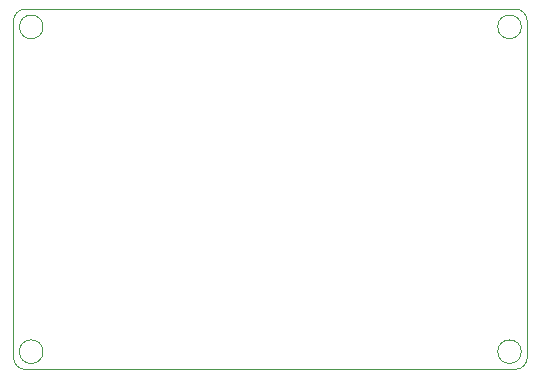
<source format=gbr>
%TF.GenerationSoftware,KiCad,Pcbnew,(6.0.1)*%
%TF.CreationDate,2022-06-05T18:07:15-04:00*%
%TF.ProjectId,PCB Design,50434220-4465-4736-9967-6e2e6b696361,v1*%
%TF.SameCoordinates,Original*%
%TF.FileFunction,Profile,NP*%
%FSLAX46Y46*%
G04 Gerber Fmt 4.6, Leading zero omitted, Abs format (unit mm)*
G04 Created by KiCad (PCBNEW (6.0.1)) date 2022-06-05 18:07:15*
%MOMM*%
%LPD*%
G01*
G04 APERTURE LIST*
%TA.AperFunction,Profile*%
%ADD10C,0.100000*%
%TD*%
G04 APERTURE END LIST*
D10*
X73000000Y-129000000D02*
G75*
G03*
X73000000Y-129000000I-1000000J0D01*
G01*
X113500000Y-129000000D02*
G75*
G03*
X113500000Y-129000000I-1000000J0D01*
G01*
X113500000Y-101500000D02*
G75*
G03*
X113500000Y-101500000I-1000000J0D01*
G01*
X73000000Y-101500000D02*
G75*
G03*
X73000000Y-101500000I-1000000J0D01*
G01*
X114000000Y-101000000D02*
X114000000Y-129500000D01*
X71500000Y-130500000D02*
X113000000Y-130500000D01*
X70500000Y-101000000D02*
X70500000Y-129500000D01*
X71500000Y-100000000D02*
X113000000Y-100000000D01*
X70500000Y-129500000D02*
G75*
G03*
X71500000Y-130500000I1000000J0D01*
G01*
X113000000Y-130500000D02*
G75*
G03*
X114000000Y-129500000I0J1000000D01*
G01*
X71500000Y-100000000D02*
G75*
G03*
X70500000Y-101000000I0J-1000000D01*
G01*
X114000000Y-101000000D02*
G75*
G03*
X113000000Y-100000000I-1000000J0D01*
G01*
M02*

</source>
